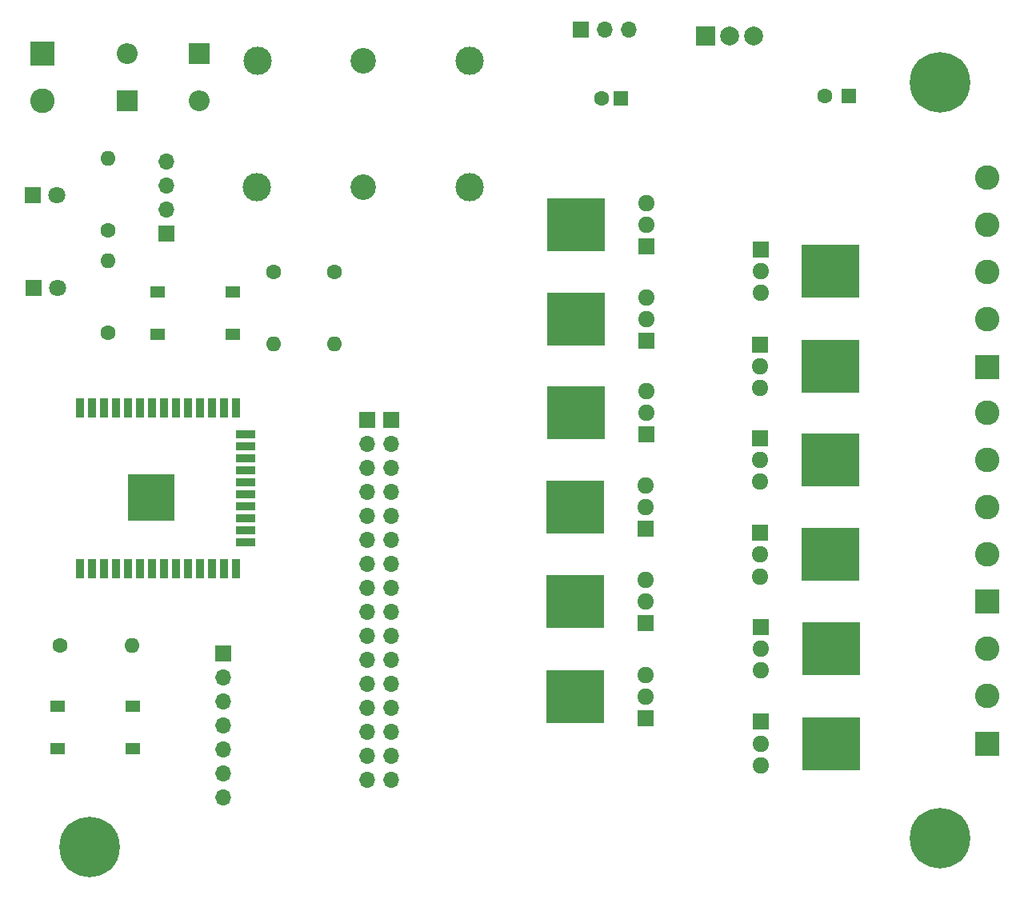
<source format=gbr>
%TF.GenerationSoftware,KiCad,Pcbnew,(5.1.10)-1*%
%TF.CreationDate,2022-01-27T04:55:15+01:00*%
%TF.ProjectId,_autosave-ESP32LedControllerRGBWWf_rJulia,5f617574-6f73-4617-9665-2d4553503332,rev?*%
%TF.SameCoordinates,Original*%
%TF.FileFunction,Soldermask,Top*%
%TF.FilePolarity,Negative*%
%FSLAX46Y46*%
G04 Gerber Fmt 4.6, Leading zero omitted, Abs format (unit mm)*
G04 Created by KiCad (PCBNEW (5.1.10)-1) date 2022-01-27 04:55:15*
%MOMM*%
%LPD*%
G01*
G04 APERTURE LIST*
%ADD10C,6.400000*%
%ADD11R,0.900000X2.000000*%
%ADD12R,2.000000X0.900000*%
%ADD13R,5.000000X5.000000*%
%ADD14C,2.600000*%
%ADD15R,2.600000X2.600000*%
%ADD16C,1.800000*%
%ADD17R,1.800000X1.800000*%
%ADD18C,2.000000*%
%ADD19R,2.000000X2.000000*%
%ADD20R,1.550000X1.300000*%
%ADD21O,1.600000X1.600000*%
%ADD22C,1.600000*%
%ADD23O,1.800000X1.717500*%
%ADD24R,1.800000X1.717500*%
%ADD25R,6.200000X5.700000*%
%ADD26O,1.700000X1.700000*%
%ADD27R,1.700000X1.700000*%
%ADD28C,2.700000*%
%ADD29C,3.000000*%
%ADD30O,2.200000X2.200000*%
%ADD31R,2.200000X2.200000*%
%ADD32R,1.600000X1.600000*%
G04 APERTURE END LIST*
D10*
%TO.C,REF\u002A\u002A*%
X180000000Y-60000000D03*
%TD*%
%TO.C,REF\u002A\u002A*%
X180000000Y-140000000D03*
%TD*%
%TO.C,REF\u002A\u002A*%
X90000000Y-141000000D03*
%TD*%
D11*
%TO.C,U1*%
X88995000Y-94500000D03*
X90265000Y-94500000D03*
X91535000Y-94500000D03*
X92805000Y-94500000D03*
X94075000Y-94500000D03*
X95345000Y-94500000D03*
X96615000Y-94500000D03*
X97885000Y-94500000D03*
X99155000Y-94500000D03*
X100425000Y-94500000D03*
X101695000Y-94500000D03*
X102965000Y-94500000D03*
X104235000Y-94500000D03*
X105505000Y-94500000D03*
D12*
X106505000Y-97285000D03*
X106505000Y-98555000D03*
X106505000Y-99825000D03*
X106505000Y-101095000D03*
X106505000Y-102365000D03*
X106505000Y-103635000D03*
X106505000Y-104905000D03*
X106505000Y-106175000D03*
X106505000Y-107445000D03*
X106505000Y-108715000D03*
D11*
X105505000Y-111500000D03*
X104235000Y-111500000D03*
X102965000Y-111500000D03*
X101695000Y-111500000D03*
X100425000Y-111500000D03*
X99155000Y-111500000D03*
X97885000Y-111500000D03*
X96615000Y-111500000D03*
X95345000Y-111500000D03*
X94075000Y-111500000D03*
X92805000Y-111500000D03*
X91535000Y-111500000D03*
X90265000Y-111500000D03*
X88995000Y-111500000D03*
D13*
X96495000Y-104000000D03*
%TD*%
D14*
%TO.C,J2*%
X185000000Y-95000000D03*
X185000000Y-100000000D03*
X185000000Y-105000000D03*
X185000000Y-110000000D03*
D15*
X185000000Y-115000000D03*
%TD*%
D16*
%TO.C,D2*%
X86540000Y-72000000D03*
D17*
X84000000Y-72000000D03*
%TD*%
D14*
%TO.C,J2*%
X185000000Y-120000000D03*
X185000000Y-125000000D03*
D15*
X185000000Y-130000000D03*
%TD*%
D18*
%TO.C,U2*%
X160255000Y-55150000D03*
X157715000Y-55150000D03*
D19*
X155175000Y-55150000D03*
%TD*%
D20*
%TO.C,SW2*%
X94600000Y-130525000D03*
X86650000Y-130525000D03*
X94600000Y-126025000D03*
X86650000Y-126025000D03*
%TD*%
%TO.C,SW1*%
X97175000Y-82200000D03*
X105125000Y-82200000D03*
X97175000Y-86700000D03*
X105125000Y-86700000D03*
%TD*%
D21*
%TO.C,R5*%
X91975000Y-78905000D03*
D22*
X91975000Y-86525000D03*
%TD*%
D21*
%TO.C,R4*%
X91975000Y-68080000D03*
D22*
X91975000Y-75700000D03*
%TD*%
D21*
%TO.C,R3*%
X115950000Y-87720000D03*
D22*
X115950000Y-80100000D03*
%TD*%
D21*
%TO.C,R2*%
X94488000Y-119634000D03*
D22*
X86868000Y-119634000D03*
%TD*%
D21*
%TO.C,R1*%
X109500000Y-87720000D03*
D22*
X109500000Y-80100000D03*
%TD*%
D23*
%TO.C,Q12*%
X161041667Y-132290000D03*
X161041667Y-130000000D03*
D24*
X161041667Y-127710000D03*
D25*
X168475000Y-130000000D03*
%TD*%
%TO.C,Q11*%
X141391667Y-125010000D03*
D24*
X148825000Y-127300000D03*
D23*
X148825000Y-125010000D03*
X148825000Y-122720000D03*
%TD*%
D25*
%TO.C,Q10*%
X168458333Y-119990000D03*
D24*
X161025000Y-117700000D03*
D23*
X161025000Y-119990000D03*
X161025000Y-122280000D03*
%TD*%
%TO.C,Q9*%
X148825000Y-112695000D03*
X148825000Y-114985000D03*
D24*
X148825000Y-117275000D03*
D25*
X141391667Y-114985000D03*
%TD*%
D23*
%TO.C,Q8*%
X160975000Y-112305000D03*
X160975000Y-110015000D03*
D24*
X160975000Y-107725000D03*
D25*
X168408333Y-110015000D03*
%TD*%
D23*
%TO.C,Q7*%
X148850000Y-102695000D03*
X148850000Y-104985000D03*
D24*
X148850000Y-107275000D03*
D25*
X141416667Y-104985000D03*
%TD*%
D23*
%TO.C,Q6*%
X160975000Y-102305000D03*
X160975000Y-100015000D03*
D24*
X160975000Y-97725000D03*
D25*
X168408333Y-100015000D03*
%TD*%
D23*
%TO.C,Q5*%
X148925000Y-92695000D03*
X148925000Y-94985000D03*
D24*
X148925000Y-97275000D03*
D25*
X141491667Y-94985000D03*
%TD*%
D23*
%TO.C,Q4*%
X160975000Y-92380000D03*
X160975000Y-90090000D03*
D24*
X160975000Y-87800000D03*
D25*
X168408333Y-90090000D03*
%TD*%
D23*
%TO.C,Q3*%
X148925000Y-82820000D03*
X148925000Y-85110000D03*
D24*
X148925000Y-87400000D03*
D25*
X141491667Y-85110000D03*
%TD*%
D23*
%TO.C,Q2*%
X161000000Y-82330000D03*
X161000000Y-80040000D03*
D24*
X161000000Y-77750000D03*
D25*
X168433333Y-80040000D03*
%TD*%
D23*
%TO.C,Q1*%
X148925000Y-72770000D03*
X148925000Y-75060000D03*
D24*
X148925000Y-77350000D03*
D25*
X141491667Y-75060000D03*
%TD*%
D26*
%TO.C,J7*%
X104129000Y-135717000D03*
X104129000Y-133177000D03*
X104129000Y-130637000D03*
X104129000Y-128097000D03*
X104129000Y-125557000D03*
X104129000Y-123017000D03*
D27*
X104129000Y-120477000D03*
%TD*%
D26*
%TO.C,J6*%
X147030000Y-54400000D03*
X144490000Y-54400000D03*
D27*
X141950000Y-54400000D03*
%TD*%
D26*
%TO.C,J5*%
X121888000Y-133860000D03*
X121888000Y-131320000D03*
X121888000Y-128780000D03*
X121888000Y-126240000D03*
X121888000Y-123700000D03*
X121888000Y-121160000D03*
X121888000Y-118620000D03*
X121888000Y-116080000D03*
X121888000Y-113540000D03*
X121888000Y-111000000D03*
X121888000Y-108460000D03*
X121888000Y-105920000D03*
X121888000Y-103380000D03*
X121888000Y-100840000D03*
X121888000Y-98300000D03*
D27*
X121888000Y-95760000D03*
%TD*%
D26*
%TO.C,J4*%
X119375000Y-133850000D03*
X119375000Y-131310000D03*
X119375000Y-128770000D03*
X119375000Y-126230000D03*
X119375000Y-123690000D03*
X119375000Y-121150000D03*
X119375000Y-118610000D03*
X119375000Y-116070000D03*
X119375000Y-113530000D03*
X119375000Y-110990000D03*
X119375000Y-108450000D03*
X119375000Y-105910000D03*
X119375000Y-103370000D03*
X119375000Y-100830000D03*
X119375000Y-98290000D03*
D27*
X119375000Y-95750000D03*
%TD*%
D26*
%TO.C,J3*%
X98100000Y-68380000D03*
X98100000Y-70920000D03*
X98100000Y-73460000D03*
D27*
X98100000Y-76000000D03*
%TD*%
D14*
%TO.C,J2*%
X184975000Y-70125000D03*
X184975000Y-75125000D03*
X184975000Y-80125000D03*
X184975000Y-85125000D03*
D15*
X184975000Y-90125000D03*
%TD*%
D14*
%TO.C,J1*%
X85000000Y-62000000D03*
D15*
X85000000Y-57000000D03*
%TD*%
D28*
%TO.C,F2*%
X118950000Y-71150000D03*
D29*
X107700000Y-71150000D03*
X130200000Y-71150000D03*
%TD*%
D28*
%TO.C,F1*%
X119000000Y-57700000D03*
D29*
X107750000Y-57700000D03*
X130250000Y-57700000D03*
%TD*%
D16*
%TO.C,D4*%
X86640000Y-81750000D03*
D17*
X84100000Y-81750000D03*
%TD*%
D30*
%TO.C,D3*%
X93980000Y-57000000D03*
D31*
X101600000Y-57000000D03*
%TD*%
D30*
%TO.C,D1*%
X101620000Y-62000000D03*
D31*
X94000000Y-62000000D03*
%TD*%
D22*
%TO.C,C10pF1*%
X144200000Y-61725000D03*
D32*
X146200000Y-61725000D03*
%TD*%
D22*
%TO.C,C100nF1*%
X167825000Y-61450000D03*
D32*
X170325000Y-61450000D03*
%TD*%
M02*

</source>
